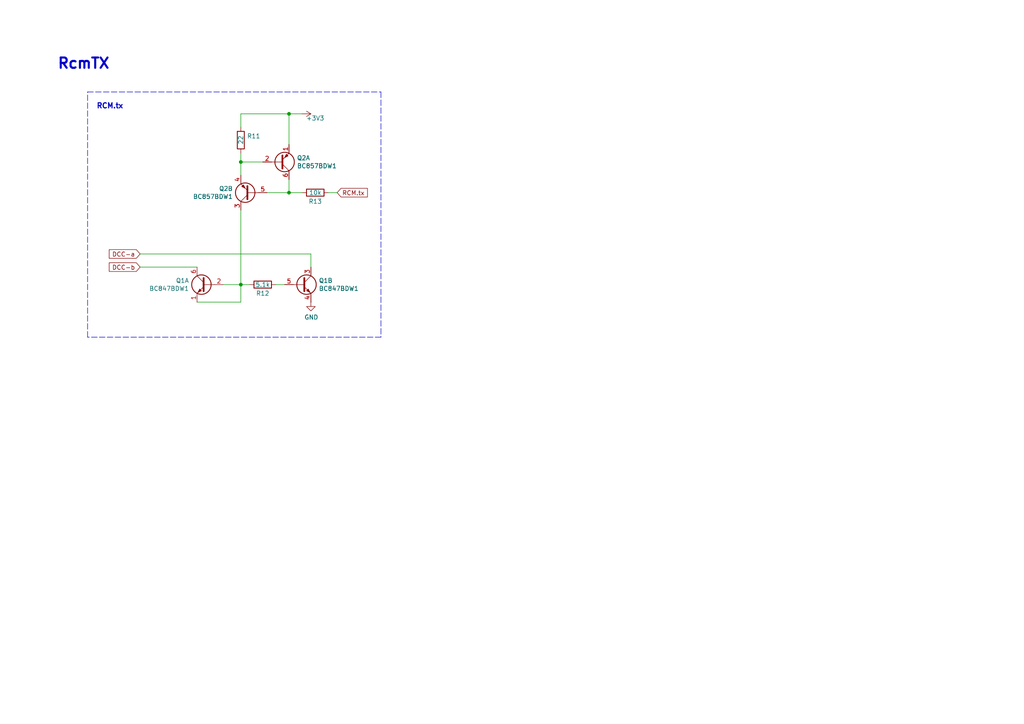
<source format=kicad_sch>
(kicad_sch (version 20250114) (generator "eeschema") (generator_version "9.0")
  (paper "A4")
  (title_block (title "DCC Ambient Decoder Prototype") (date "2025-10-14") (rev "1") (company "Frank Schumacher") (comment 1 "D99.1") (comment 2 "2.8V SCAPs"))
  (lib_symbols
    (symbol "Device:R" (pin_numbers (hide yes)) (pin_names (offset 0))
      (property "Reference" "R" (at 2.032 0 90))
      (property "Value" "R" (at 0 0 90))
      (symbol "R_0_1"
        (rectangle (start -1.016 -2.54) (end 1.016 2.54) (stroke (width 0.254)))
      )
      (symbol "R_1_1"
        (pin passive line (at 0 3.81 270) (length 1.27) (name "~") (number "1"))
        (pin passive line (at 0 -3.81 90) (length 1.27) (name "~") (number "2"))
      )
    )
    (symbol "Transistor_BJT:BC847BDW1" (pin_names (offset 0) (hide yes))
      (property "Reference" "Q" (at 5.08 1.27 0))
      (property "Value" "BC847BDW1" (at 5.08 -1.27 0))
      (symbol "BC847BDW1_0_1"
        (polyline (pts (xy 0.635 1.905) (xy 0.635 -1.905)) (stroke (width 0.508)))
        (polyline (pts (xy 0.635 0.635) (xy 2.54 2.54)))
        (polyline (pts (xy 0.635 0) (xy -2.54 0)))
        (polyline (pts (xy 0.635 -0.635) (xy 2.54 -2.54)))
        (circle (center 1.27 0) (radius 2.8194) (stroke (width 0.254)))
        (polyline (pts (xy 1.27 -1.778) (xy 1.778 -1.27) (xy 2.286 -2.286) (xy 1.27 -1.778)) (fill (type outline)))
      )
      (symbol "BC847BDW1_1_1"
        (pin input line (at -5.08 0 0) (length 2.54) (name "B1") (number "2"))
        (pin passive line (at 2.54 5.08 270) (length 2.54) (name "C1") (number "6"))
        (pin passive line (at 2.54 -5.08 90) (length 2.54) (name "E1") (number "1"))
      )
      (symbol "BC847BDW1_2_1"
        (pin input line (at -5.08 0 0) (length 2.54) (name "B2") (number "5"))
        (pin passive line (at 2.54 5.08 270) (length 2.54) (name "C2") (number "3"))
        (pin passive line (at 2.54 -5.08 90) (length 2.54) (name "E2") (number "4"))
      )
    )
    (symbol "Transistor_BJT:BC857BDW1" (pin_names (offset 0) (hide yes))
      (property "Reference" "Q" (at 5.08 1.27 0))
      (property "Value" "BC857BDW1" (at 5.08 -1.27 0))
      (symbol "BC857BDW1_0_1"
        (polyline (pts (xy 0.635 1.905) (xy 0.635 -1.905)) (stroke (width 0.508)))
        (polyline (pts (xy 0.635 0.635) (xy 2.54 2.54)))
        (polyline (pts (xy 0.635 0) (xy -2.54 0)))
        (polyline (pts (xy 0.635 -0.635) (xy 2.54 -2.54)))
        (circle (center 1.27 0) (radius 2.8194) (stroke (width 0.254)))
        (polyline (pts (xy 2.286 -1.778) (xy 1.778 -2.286) (xy 1.27 -1.27) (xy 2.286 -1.778)) (fill (type outline)))
      )
      (symbol "BC857BDW1_1_1"
        (pin input line (at -5.08 0 0) (length 2.54) (name "B1") (number "2"))
        (pin passive line (at 2.54 5.08 270) (length 2.54) (name "C1") (number "6"))
        (pin passive line (at 2.54 -5.08 90) (length 2.54) (name "E1") (number "1"))
      )
      (symbol "BC857BDW1_2_1"
        (pin input line (at -5.08 0 0) (length 2.54) (name "B2") (number "5"))
        (pin passive line (at 2.54 5.08 270) (length 2.54) (name "C2") (number "3"))
        (pin passive line (at 2.54 -5.08 90) (length 2.54) (name "E2") (number "4"))
      )
    )
    (symbol "power:+3V3" (power) (pin_numbers (hide yes)) (pin_names (offset 0) (hide yes))
      (property "Value" "+3V3" (at 0 3.556 0))
      (symbol "+3V3_0_1"
        (polyline (pts (xy -0.762 1.27) (xy 0 2.54)))
        (polyline (pts (xy 0 2.54) (xy 0.762 1.27)))
        (polyline (pts (xy 0 0) (xy 0 2.54)))
      )
      (symbol "+3V3_1_1"
        (pin power_in line (at 0 0 90) (length 0) (name "~") (number "1"))
      )
    )
    (symbol "power:GND" (power) (pin_numbers (hide yes)) (pin_names (offset 0) (hide yes))
      (property "Value" "GND" (at 0 -3.81 0))
      (symbol "GND_0_1"
        (polyline (pts (xy 0 0) (xy 0 -1.27) (xy 1.27 -1.27) (xy 0 -2.54) (xy -1.27 -1.27) (xy 0 -1.27)))
      )
      (symbol "GND_1_1"
        (pin power_in line (at 0 0 270) (length 0) (name "~") (number "1"))
      )
    )
  )
  (text "RcmTX" (at 16.51 20.32 0) (effects (font (size 2.9972 2.9972) (thickness 0.5994) (bold yes)) (justify left bottom)))
  (text "RCM.tx" (at 27.94 31.75 0) (effects (font (size 1.4986 1.4986) (thickness 0.2997) (bold yes)) (justify left bottom)))
  (junction (at 83.82 55.88))
  (junction (at 69.85 46.99))
  (junction (at 69.85 82.55))
  (junction (at 83.82 33.02))
  (wire (pts (xy 90.17 73.66) (xy 90.17 77.47)))
  (wire (pts (xy 40.64 73.66) (xy 90.17 73.66)))
  (polyline (pts (xy 25.4 97.79) (xy 25.4 26.67)) (stroke (width 0) (type dash)))
  (polyline (pts (xy 25.4 26.67) (xy 110.49 26.67)) (stroke (width 0) (type dash)))
  (wire (pts (xy 57.15 87.63) (xy 69.85 87.63)))
  (wire (pts (xy 69.85 87.63) (xy 69.85 82.55)))
  (wire (pts (xy 95.25 55.88) (xy 97.79 55.88)))
  (wire (pts (xy 57.15 77.47) (xy 40.64 77.47)))
  (wire (pts (xy 69.85 46.99) (xy 76.2 46.99)))
  (wire (pts (xy 83.82 33.02) (xy 83.82 41.91)))
  (wire (pts (xy 64.77 82.55) (xy 69.85 82.55)))
  (polyline (pts (xy 110.49 97.79) (xy 25.4 97.79)) (stroke (width 0) (type dash)))
  (wire (pts (xy 69.85 82.55) (xy 72.39 82.55)))
  (wire (pts (xy 69.85 60.96) (xy 69.85 82.55)))
  (polyline (pts (xy 110.49 26.67) (xy 110.49 97.79)) (stroke (width 0) (type dash)))
  (wire (pts (xy 83.82 55.88) (xy 83.82 52.07)))
  (wire (pts (xy 77.47 55.88) (xy 83.82 55.88)))
  (wire (pts (xy 69.85 33.02) (xy 83.82 33.02)))
  (wire (pts (xy 69.85 36.83) (xy 69.85 33.02)))
  (wire (pts (xy 83.82 55.88) (xy 87.63 55.88)))
  (wire (pts (xy 83.82 33.02) (xy 87.63 33.02)))
  (wire (pts (xy 69.85 50.8) (xy 69.85 46.99)))
  (wire (pts (xy 80.01 82.55) (xy 82.55 82.55)))
  (wire (pts (xy 69.85 46.99) (xy 69.85 44.45)))
  (global_label "RCM.tx" (shape input) (at 97.79 55.88 0) (property "Intersheetrefs" "${INTERSHEET_REFS}" (effects (hide yes))))
  (global_label "DCC-a" (shape input) (at 40.64 73.66 180) (property "Intersheetrefs" "${INTERSHEET_REFS}" (effects (hide yes))))
  (global_label "DCC-b" (shape input) (at 40.64 77.47 180) (property "Intersheetrefs" "${INTERSHEET_REFS}" (effects (hide yes))))
  (symbol (lib_id "Transistor_BJT:BC857BDW1") (at 81.28 46.99 0) (mirror x) (unit 1)
    (property "Reference" "Q2" (at 86.106 45.8216 0) (effects (justify left)))
    (property "Value" "BC857BDW1" (at 86.106 48.133 0) (effects (justify left)))
    (property "Footprint" "Package_TO_SOT_SMD:SOT-363_SC-70-6" (effects (hide yes)))
    (property "Datasheet" "http://www.onsemi.com/pub_link/Collateral/BC856BDW1T1-D.PDF" (effects (hide yes)))
    (property "Description" "-55℃~+150℃ 100MHz 100mA 2 PNP 220@2.0mA,5.0V 250mW 45V 4uA 5V 650mV PNP SOT-363 Bipolar (BJT) ROHS" (effects (hide yes)))
    (property "LCSC Part #" "C154783" (effects (hide yes)))
  )
  (symbol (lib_id "Transistor_BJT:BC857BDW1") (at 72.39 55.88 180) (unit 2)
    (property "Reference" "Q2" (at 67.5386 54.7116 0) (effects (justify left)))
    (property "Value" "BC857BDW1" (at 67.5386 57.023 0) (effects (justify left)))
    (property "Footprint" "Package_TO_SOT_SMD:SOT-363_SC-70-6" (effects (hide yes)))
    (property "Datasheet" "http://www.onsemi.com/pub_link/Collateral/BC856BDW1T1-D.PDF" (effects (hide yes)))
    (property "Description" "-55℃~+150℃ 100MHz 100mA 2 PNP 220@2.0mA,5.0V 250mW 45V 4uA 5V 650mV PNP SOT-363 Bipolar (BJT) ROHS" (effects (hide yes)))
    (property "LCSC Part #" "C154783" (effects (hide yes)))
  )
  (symbol (lib_id "Device:R") (at 69.85 40.64 0) (unit 1)
    (property "Reference" "R11" (at 71.628 39.4716 0) (effects (justify left)))
    (property "Value" "22" (at 69.85 41.91 90) (effects (justify left)))
    (property "Footprint" "Resistor_SMD:R_0402_1005Metric" (effects (hide yes)))
    (property "Description" "-55℃~+155℃ 22Ω 50V 62.5mW Thick Film Resistor ±1% ±100ppm/℃ 0402 Chip Resistor - Surface Mount ROHS" (effects (hide yes)))
    (property "LCSC Part #" "C25092" (effects (hide yes)))
  )
  (symbol (lib_id "Device:R") (at 91.44 55.88 90) (unit 1)
    (property "Reference" "R13" (at 91.44 58.42 90))
    (property "Value" "10k" (at 91.44 55.88 90))
    (property "Footprint" "Resistor_SMD:R_0402_1005Metric" (effects (hide yes)))
    (property "Description" "-55℃~+155℃ 10kΩ 50V 62.5mW Thick Film Resistor ±1% ±100ppm/℃ 0402 Chip Resistor - Surface Mount ROHS" (effects (hide yes)))
    (property "LCSC Part #" "C25744" (effects (hide yes)))
  )
  (symbol (lib_id "Transistor_BJT:BC847BDW1") (at 59.69 82.55 0) (mirror y) (unit 1)
    (property "Reference" "Q1" (at 54.8386 81.3816 0) (effects (justify left)))
    (property "Value" "BC847BDW1" (at 54.8386 83.693 0) (effects (justify left)))
    (property "Footprint" "Package_TO_SOT_SMD:SOT-363_SC-70-6" (effects (hide yes)))
    (property "Datasheet" "http://www.onsemi.com/pub_link/Collateral/BC846BDW1T1-D.PDF" (effects (hide yes)))
    (property "Description" "-55℃~+150℃ 100MHz 100mA 150@10uA,5.0V 250mV 380mW 45V 5uA NPN SOT-363 Bipolar (BJT) ROHS" (effects (hide yes)))
    (property "LCSC Part #" "C82368" (effects (hide yes)))
  )
  (symbol (lib_id "Device:R") (at 76.2 82.55 90) (unit 1)
    (property "Reference" "R12" (at 76.2 85.09 90))
    (property "Value" "5.1k" (at 76.2 82.55 90))
    (property "Footprint" "Resistor_SMD:R_0402_1005Metric" (effects (hide yes)))
    (property "Description" "-55℃~+155℃ 5.1kΩ 50V 62.5mW Thick Film Resistor ±1% ±100ppm/℃ 0402 Chip Resistor - Surface Mount ROHS" (effects (hide yes)))
    (property "LCSC Part #" "C25905" (effects (hide yes)))
  )
  (symbol (lib_id "Transistor_BJT:BC847BDW1") (at 87.63 82.55 0) (unit 2)
    (property "Reference" "Q1" (at 92.456 81.3816 0) (effects (justify left)))
    (property "Value" "BC847BDW1" (at 92.456 83.693 0) (effects (justify left)))
    (property "Footprint" "Package_TO_SOT_SMD:SOT-363_SC-70-6" (effects (hide yes)))
    (property "Datasheet" "http://www.onsemi.com/pub_link/Collateral/BC846BDW1T1-D.PDF" (effects (hide yes)))
    (property "Description" "-55℃~+150℃ 100MHz 100mA 150@10uA,5.0V 250mV 380mW 45V 5uA NPN SOT-363 Bipolar (BJT) ROHS" (effects (hide yes)))
    (property "LCSC Part #" "C82368" (effects (hide yes)))
  )
  (symbol (lib_id "power:GND") (at 90.17 87.63 0) (unit 1)
    (property "Reference" "#PWR0109" (effects (hide yes)))
    (property "Value" "GND" (at 90.297 92.0242 0))
  )
  (symbol (lib_id "power:+3V3") (at 87.63 33.02 270) (unit 1)
    (property "Reference" "#PWR01" (effects (hide yes)))
    (property "Value" "+3V3" (at 91.44 34.29 90))
  )
)
</source>
